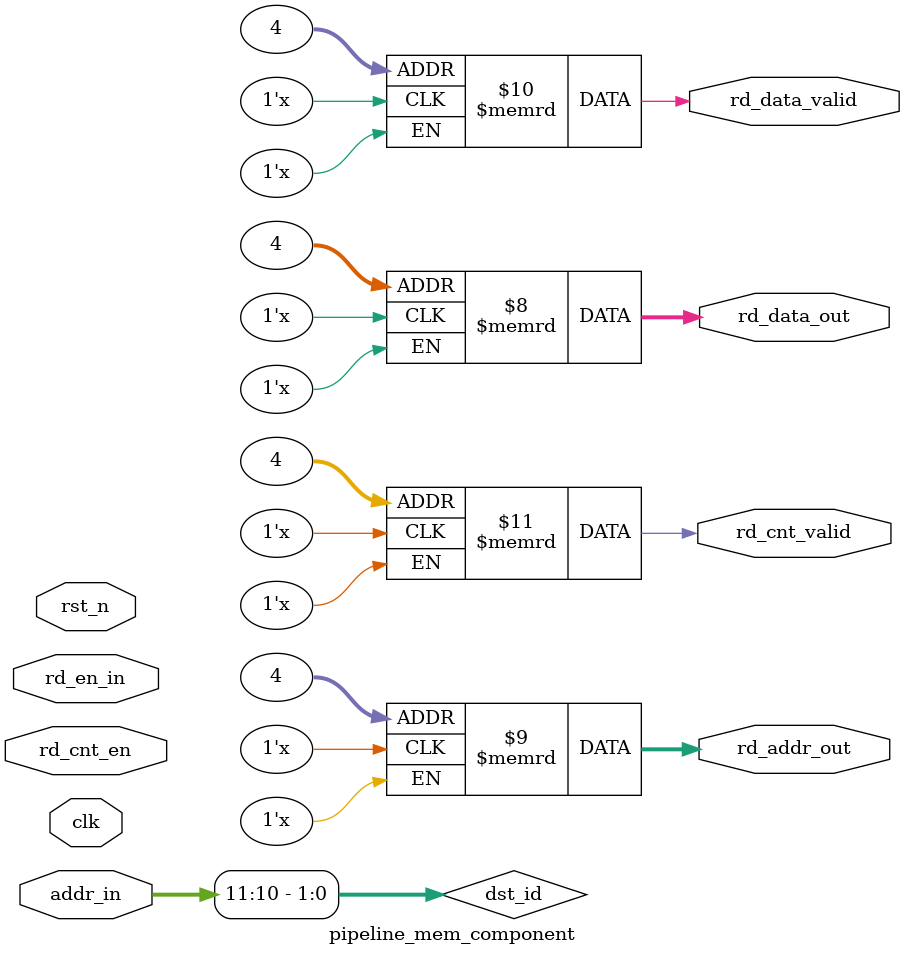
<source format=sv>
module pipeline_mem_component #(
    parameter ADDR_WIDTH_FULL = 12,
    parameter DATA_WIDTH = 32,
    parameter PIPELINE_DEPTH = 4,
    parameter MODE = "CNT"
)(
    input  clk,
    input  rst_n,
    input  rd_en_in,
    input  rd_cnt_en,
    input  [ADDR_WIDTH_FULL-1:0] addr_in,
    output [DATA_WIDTH-1:0] rd_data_out,
    output [ADDR_WIDTH_FULL-1:0] rd_addr_out,
    output rd_data_valid,
    output rd_cnt_valid
);

localparam ADDR_WIDTH = ADDR_WIDTH_FULL - $clog2(PIPELINE_DEPTH);

logic rd_en_signals  [PIPELINE_DEPTH:0];
logic rd_cnt_signals [PIPELINE_DEPTH:0];
logic rd_data_valid_signals [PIPELINE_DEPTH:0];
logic rd_cnt_valid_signals [PIPELINE_DEPTH:0];
logic [DATA_WIDTH-1:0] rd_data_in_signals [PIPELINE_DEPTH:0];
logic [ADDR_WIDTH_FULL-1:0] addr_in_signals [PIPELINE_DEPTH:0];
logic [ADDR_WIDTH_FULL-1:0] rd_addr_signals [PIPELINE_DEPTH:0];
logic [$clog2(PIPELINE_DEPTH)-1:0] dst_id_in_signals [PIPELINE_DEPTH:0];

genvar i;
generate 
    for (i = 0; i < PIPELINE_DEPTH; i = i + 1) begin : pipeline
        pipeline_mem_segment #(
            .ADDR_WIDTH_FULL(ADDR_WIDTH_FULL),
            .DATA_WIDTH(DATA_WIDTH),
            .ADDR_WIDTH(ADDR_WIDTH),
            .PIPELINE_DEPTH(PIPELINE_DEPTH),
            .MEM_ID(i),
            .MODE(MODE)
        ) mem_segment (
            .clk(clk),
            .rst_n(rst_n),
            .dst_id_in(dst_id_in_signals[i]),
            .dst_id_out(dst_id_in_signals[i+1]),
            .addr_in(addr_in_signals[i]),
            .addr_out(addr_in_signals[i+1]),
            .rd_data_in(rd_data_in_signals[i]),
            .rd_data_out(rd_data_in_signals[i+1]),
            .rd_en_in(rd_en_signals[i]),
            .rd_en_out(rd_en_signals[i+1]),
            .rd_data_valid_in(rd_data_valid_signals[i]),
            .rd_data_valid_out(rd_data_valid_signals[i+1]),
            .rd_addr_in(rd_addr_signals[i]),
            .rd_addr_out(rd_addr_signals[i+1]),
            .rd_cnt_in(rd_cnt_signals[i]),
            .rd_cnt_out(rd_cnt_signals[i+1]),
            .rd_cnt_valid_in(rd_cnt_valid_signals[i]),
            .rd_cnt_valid_out(rd_cnt_valid_signals[i+1])
        );
    end
endgenerate

logic [$clog2(PIPELINE_DEPTH)-1:0] dst_id;
/* verilator lint_off WIDTH */
assign dst_id = (addr_in >> ADDR_WIDTH);

/*Input Buffer*/
pipeline_mem_buffer #(
    .ADDR_WIDTH_FULL(ADDR_WIDTH_FULL),
    .DATA_WIDTH(DATA_WIDTH),
    .PIPELINE_DEPTH(PIPELINE_DEPTH)
) pipeline_buffer(
    .clk(clk),
    .addr_in(addr_in),
    .dst_id_in(dst_id),
    .dst_id_out(dst_id_in_signals[0]),
    .rd_en_in(rd_en_in),
    .rd_data_in(0),
    .rd_data_out(rd_data_in_signals[0]),
    .rd_en_out(rd_en_signals[0]),
    .addr_out(addr_in_signals[0]),
    .rd_cnt_in(rd_cnt_en),
    .rd_cnt_out(rd_cnt_signals[0])
);

/*Outout signals*/
assign rd_data_out = rd_data_in_signals[PIPELINE_DEPTH];
assign rd_addr_out = rd_addr_signals[PIPELINE_DEPTH];
assign rd_data_valid = rd_data_valid_signals[PIPELINE_DEPTH];
assign rd_cnt_valid = rd_cnt_valid_signals[PIPELINE_DEPTH];
endmodule
</source>
